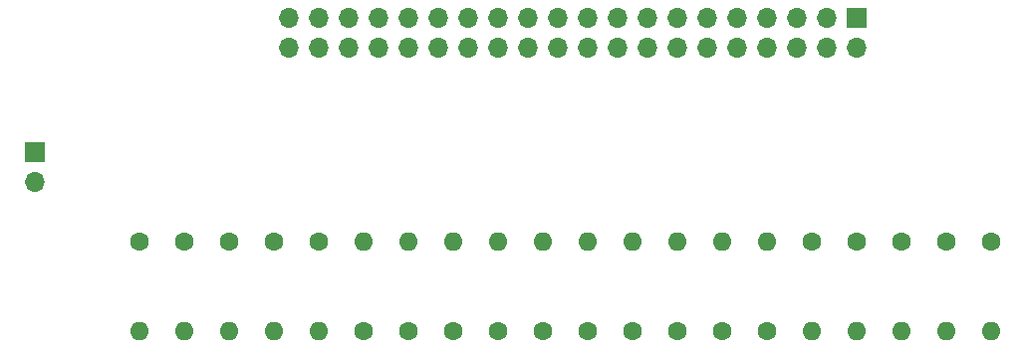
<source format=gts>
%TF.GenerationSoftware,KiCad,Pcbnew,5.1.9-73d0e3b20d~88~ubuntu18.04.1*%
%TF.CreationDate,2021-04-04T15:33:15+02:00*%
%TF.ProjectId,resitor-substitution-board,72657369-746f-4722-9d73-756273746974,rev?*%
%TF.SameCoordinates,Original*%
%TF.FileFunction,Soldermask,Top*%
%TF.FilePolarity,Negative*%
%FSLAX46Y46*%
G04 Gerber Fmt 4.6, Leading zero omitted, Abs format (unit mm)*
G04 Created by KiCad (PCBNEW 5.1.9-73d0e3b20d~88~ubuntu18.04.1) date 2021-04-04 15:33:15*
%MOMM*%
%LPD*%
G01*
G04 APERTURE LIST*
%ADD10O,1.700000X1.700000*%
%ADD11R,1.700000X1.700000*%
%ADD12O,1.600000X1.600000*%
%ADD13C,1.600000*%
G04 APERTURE END LIST*
D10*
%TO.C,J2*%
X100330000Y-100330000D03*
X100330000Y-97790000D03*
X102870000Y-100330000D03*
X102870000Y-97790000D03*
X105410000Y-100330000D03*
X105410000Y-97790000D03*
X107950000Y-100330000D03*
X107950000Y-97790000D03*
X110490000Y-100330000D03*
X110490000Y-97790000D03*
X113030000Y-100330000D03*
X113030000Y-97790000D03*
X115570000Y-100330000D03*
X115570000Y-97790000D03*
X118110000Y-100330000D03*
X118110000Y-97790000D03*
X120650000Y-100330000D03*
X120650000Y-97790000D03*
X123190000Y-100330000D03*
X123190000Y-97790000D03*
X125730000Y-100330000D03*
X125730000Y-97790000D03*
X128270000Y-100330000D03*
X128270000Y-97790000D03*
X130810000Y-100330000D03*
X130810000Y-97790000D03*
X133350000Y-100330000D03*
X133350000Y-97790000D03*
X135890000Y-100330000D03*
X135890000Y-97790000D03*
X138430000Y-100330000D03*
X138430000Y-97790000D03*
X140970000Y-100330000D03*
X140970000Y-97790000D03*
X143510000Y-100330000D03*
X143510000Y-97790000D03*
X146050000Y-100330000D03*
X146050000Y-97790000D03*
X148590000Y-100330000D03*
D11*
X148590000Y-97790000D03*
%TD*%
%TO.C,J1*%
X78740000Y-109220000D03*
D10*
X78740000Y-111760000D03*
%TD*%
D12*
%TO.C,R1*%
X160020000Y-124460000D03*
D13*
X160020000Y-116840000D03*
%TD*%
%TO.C,R2*%
X156210000Y-116840000D03*
D12*
X156210000Y-124460000D03*
%TD*%
D13*
%TO.C,R3*%
X152400000Y-116840000D03*
D12*
X152400000Y-124460000D03*
%TD*%
%TO.C,R4*%
X148590000Y-124460000D03*
D13*
X148590000Y-116840000D03*
%TD*%
D12*
%TO.C,R5*%
X144780000Y-124460000D03*
D13*
X144780000Y-116840000D03*
%TD*%
%TO.C,R6*%
X140970000Y-124460000D03*
D12*
X140970000Y-116840000D03*
%TD*%
D13*
%TO.C,R7*%
X137160000Y-124460000D03*
D12*
X137160000Y-116840000D03*
%TD*%
D13*
%TO.C,R8*%
X133350000Y-124460000D03*
D12*
X133350000Y-116840000D03*
%TD*%
D13*
%TO.C,R9*%
X129540000Y-124460000D03*
D12*
X129540000Y-116840000D03*
%TD*%
%TO.C,R10*%
X125730000Y-116840000D03*
D13*
X125730000Y-124460000D03*
%TD*%
%TO.C,R11*%
X121920000Y-124460000D03*
D12*
X121920000Y-116840000D03*
%TD*%
%TO.C,R12*%
X118110000Y-116840000D03*
D13*
X118110000Y-124460000D03*
%TD*%
D12*
%TO.C,R13*%
X114300000Y-116840000D03*
D13*
X114300000Y-124460000D03*
%TD*%
%TO.C,R14*%
X110490000Y-124460000D03*
D12*
X110490000Y-116840000D03*
%TD*%
D13*
%TO.C,R15*%
X106680000Y-124460000D03*
D12*
X106680000Y-116840000D03*
%TD*%
%TO.C,R16*%
X102870000Y-124460000D03*
D13*
X102870000Y-116840000D03*
%TD*%
D12*
%TO.C,R17*%
X99060000Y-124460000D03*
D13*
X99060000Y-116840000D03*
%TD*%
%TO.C,R18*%
X95250000Y-116840000D03*
D12*
X95250000Y-124460000D03*
%TD*%
%TO.C,R19*%
X91440000Y-124460000D03*
D13*
X91440000Y-116840000D03*
%TD*%
D12*
%TO.C,R20*%
X87630000Y-124460000D03*
D13*
X87630000Y-116840000D03*
%TD*%
M02*

</source>
